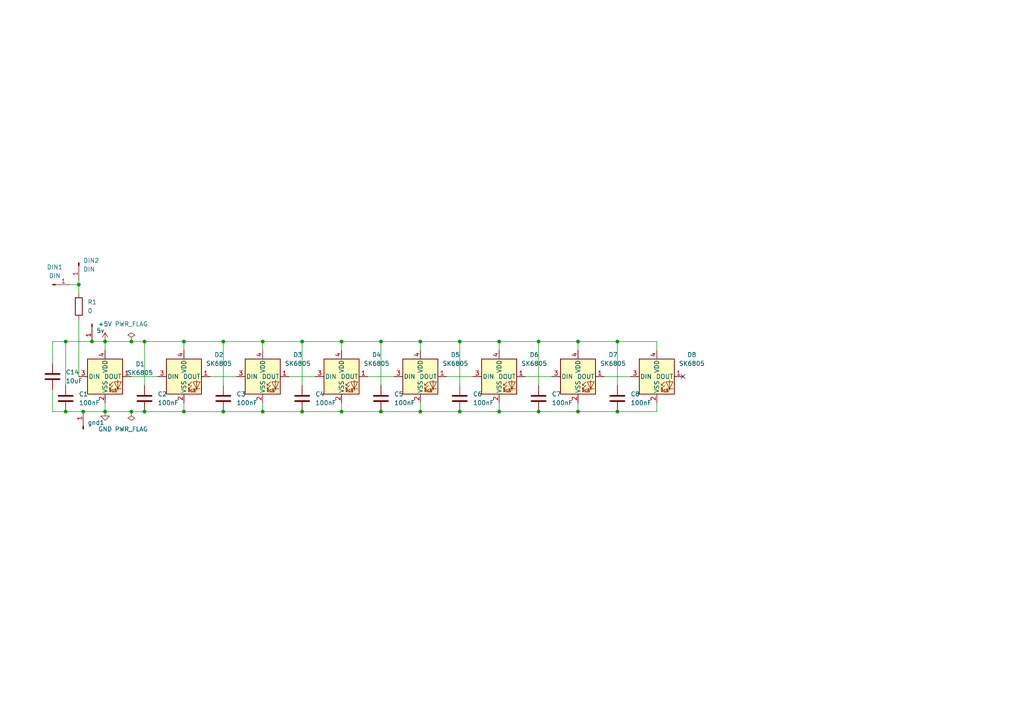
<source format=kicad_sch>
(kicad_sch (version 20231120) (generator "eeschema") (generator_version "8.0")
  (paper "A4")
  (title_block (title "Flipper Zero Addressable Internal RGB Mod") (rev "V1") (company "Z3BRO"))
  (lib_symbols
    (symbol "Connector:Conn_01x01_Pin" (pin_names (offset 1.016) hide)
      (property "Reference" "J" (at 0 2.54 0))
      (property "Value" "Conn_01x01_Pin" (at 0 -2.54 0))
      (symbol "Conn_01x01_Pin_1_1"
        (polyline (pts (xy 1.27 0) (xy 0.8636 0)) (stroke (width 0.1524)))
        (rectangle (start 0.8636 0.127) (end 0 -0.127) (stroke (width 0.1524)) (fill (type outline)))
        (pin passive line (at 5.08 0 180) (length 3.81) (name "Pin_1") (number "1"))
      )
    )
    (symbol "Device:C" (pin_numbers hide) (pin_names (offset 0.254))
      (property "Reference" "C" (at 0.635 2.54 0))
      (property "Value" "C" (at 0.635 -2.54 0))
      (symbol "C_0_1"
        (polyline (pts (xy -2.032 -0.762) (xy 2.032 -0.762)) (stroke (width 0.508)))
        (polyline (pts (xy -2.032 0.762) (xy 2.032 0.762)) (stroke (width 0.508)))
      )
      (symbol "C_1_1"
        (pin passive line (at 0 3.81 270) (length 2.794) (name "~") (number "1"))
        (pin passive line (at 0 -3.81 90) (length 2.794) (name "~") (number "2"))
      )
    )
    (symbol "Device:R" (pin_numbers hide) (pin_names (offset 0))
      (property "Reference" "R" (at 2.032 0 90))
      (property "Value" "R" (at 0 0 90))
      (symbol "R_0_1"
        (rectangle (start -1.016 -2.54) (end 1.016 2.54) (stroke (width 0.254)))
      )
      (symbol "R_1_1"
        (pin passive line (at 0 3.81 270) (length 1.27) (name "~") (number "1"))
        (pin passive line (at 0 -3.81 90) (length 1.27) (name "~") (number "2"))
      )
    )
    (symbol "LED:SK6805" (pin_names (offset 0.254))
      (property "Reference" "D" (at 5.08 5.715 0))
      (property "Value" "SK6805" (at 1.27 -5.715 0))
      (symbol "SK6805_0_0"
        (text "RGB" (at 2.286 -4.191 0) (effects (font (size 0.762 0.762))))
      )
      (symbol "SK6805_0_1"
        (polyline (pts (xy 1.27 -3.556) (xy 1.778 -3.556)))
        (polyline (pts (xy 1.27 -2.54) (xy 1.778 -2.54)))
        (polyline (pts (xy 4.699 -3.556) (xy 2.667 -3.556)))
        (polyline (pts (xy 2.286 -2.54) (xy 1.27 -3.556) (xy 1.27 -3.048)))
        (polyline (pts (xy 2.286 -1.524) (xy 1.27 -2.54) (xy 1.27 -2.032)))
        (polyline (pts (xy 3.683 -1.016) (xy 3.683 -3.556) (xy 3.683 -4.064)))
        (polyline (pts (xy 4.699 -1.524) (xy 2.667 -1.524) (xy 3.683 -3.556) (xy 4.699 -1.524)))
        (rectangle (start 5.08 5.08) (end -5.08 -5.08) (stroke (width 0.254)) (fill (type background)))
      )
      (symbol "SK6805_1_1"
        (pin output line (at 7.62 0 180) (length 2.54) (name "DOUT") (number "1"))
        (pin power_in line (at 0 -7.62 90) (length 2.54) (name "VSS") (number "2"))
        (pin input line (at -7.62 0 0) (length 2.54) (name "DIN") (number "3"))
        (pin power_in line (at 0 7.62 270) (length 2.54) (name "VDD") (number "4"))
      )
    )
    (symbol "power:+5V" (power) (pin_names (offset 0))
      (property "Value" "+5V" (at 0 3.556 0))
      (symbol "+5V_0_1"
        (polyline (pts (xy -0.762 1.27) (xy 0 2.54)))
        (polyline (pts (xy 0 0) (xy 0 2.54)))
        (polyline (pts (xy 0 2.54) (xy 0.762 1.27)))
      )
      (symbol "+5V_1_1"
        (pin power_in line (at 0 0 90) (length 0) hide (name "+5V") (number "1"))
      )
    )
    (symbol "power:GND" (power) (pin_names (offset 0))
      (property "Value" "GND" (at 0 -3.81 0))
      (symbol "GND_0_1"
        (polyline (pts (xy 0 0) (xy 0 -1.27) (xy 1.27 -1.27) (xy 0 -2.54) (xy -1.27 -1.27) (xy 0 -1.27)))
      )
      (symbol "GND_1_1"
        (pin power_in line (at 0 0 270) (length 0) hide (name "GND") (number "1"))
      )
    )
    (symbol "power:PWR_FLAG" (power) (pin_numbers hide) (pin_names (offset 0) hide)
      (property "Value" "PWR_FLAG" (at 0 3.81 0))
      (symbol "PWR_FLAG_0_0"
        (pin power_out line (at 0 0 90) (length 0) (name "pwr") (number "1"))
      )
      (symbol "PWR_FLAG_0_1"
        (polyline (pts (xy 0 0) (xy 0 1.27) (xy -1.016 1.905) (xy 0 2.54) (xy 1.016 1.905) (xy 0 1.27)))
      )
    )
  )
  (junction (at 19.05 119.38))
  (junction (at 53.34 99.06))
  (junction (at 38.1 99.06))
  (junction (at 167.64 99.06))
  (junction (at 41.91 99.06))
  (junction (at 24.13 119.38))
  (junction (at 19.05 99.06))
  (junction (at 133.35 119.38))
  (junction (at 64.77 99.06))
  (junction (at 30.48 99.06))
  (junction (at 167.64 119.38))
  (junction (at 30.48 119.38))
  (junction (at 110.49 119.38))
  (junction (at 121.92 119.38))
  (junction (at 179.07 119.38))
  (junction (at 121.92 99.06))
  (junction (at 22.86 82.55))
  (junction (at 64.77 119.38))
  (junction (at 156.21 99.06))
  (junction (at 76.2 99.06))
  (junction (at 87.63 119.38))
  (junction (at 41.91 119.38))
  (junction (at 133.35 99.06))
  (junction (at 76.2 119.38))
  (junction (at 53.34 119.38))
  (junction (at 38.1 119.38))
  (junction (at 179.07 99.06))
  (junction (at 110.49 99.06))
  (junction (at 87.63 99.06))
  (junction (at 26.67 99.06))
  (junction (at 156.21 119.38))
  (junction (at 144.78 119.38))
  (junction (at 99.06 99.06))
  (junction (at 144.78 99.06))
  (junction (at 99.06 119.38))
  (no_connect (at 198.12 109.22))
  (wire (pts (xy 41.91 119.38) (xy 53.34 119.38)))
  (wire (pts (xy 41.91 99.06) (xy 53.34 99.06)))
  (wire (pts (xy 129.54 109.22) (xy 137.16 109.22)))
  (wire (pts (xy 76.2 99.06) (xy 87.63 99.06)))
  (wire (pts (xy 38.1 119.38) (xy 41.91 119.38)))
  (wire (pts (xy 179.07 119.38) (xy 190.5 119.38)))
  (wire (pts (xy 144.78 119.38) (xy 156.21 119.38)))
  (wire (pts (xy 156.21 119.38) (xy 167.64 119.38)))
  (wire (pts (xy 110.49 99.06) (xy 110.49 111.76)))
  (wire (pts (xy 22.86 92.71) (xy 22.86 109.22)))
  (wire (pts (xy 99.06 99.06) (xy 99.06 101.6)))
  (wire (pts (xy 64.77 119.38) (xy 76.2 119.38)))
  (wire (pts (xy 87.63 99.06) (xy 99.06 99.06)))
  (wire (pts (xy 110.49 119.38) (xy 121.92 119.38)))
  (wire (pts (xy 30.48 99.06) (xy 30.48 101.6)))
  (wire (pts (xy 190.5 99.06) (xy 190.5 101.6)))
  (wire (pts (xy 167.64 116.84) (xy 167.64 119.38)))
  (wire (pts (xy 144.78 116.84) (xy 144.78 119.38)))
  (wire (pts (xy 167.64 119.38) (xy 179.07 119.38)))
  (wire (pts (xy 19.05 99.06) (xy 19.05 111.76)))
  (wire (pts (xy 60.96 109.22) (xy 68.58 109.22)))
  (wire (pts (xy 24.13 119.38) (xy 30.48 119.38)))
  (wire (pts (xy 53.34 99.06) (xy 64.77 99.06)))
  (wire (pts (xy 87.63 119.38) (xy 99.06 119.38)))
  (wire (pts (xy 99.06 99.06) (xy 110.49 99.06)))
  (wire (pts (xy 83.82 109.22) (xy 91.44 109.22)))
  (wire (pts (xy 30.48 119.38) (xy 38.1 119.38)))
  (wire (pts (xy 41.91 99.06) (xy 41.91 111.76)))
  (wire (pts (xy 121.92 99.06) (xy 121.92 101.6)))
  (wire (pts (xy 76.2 119.38) (xy 87.63 119.38)))
  (wire (pts (xy 53.34 116.84) (xy 53.34 119.38)))
  (wire (pts (xy 156.21 99.06) (xy 167.64 99.06)))
  (wire (pts (xy 167.64 99.06) (xy 179.07 99.06)))
  (wire (pts (xy 22.86 82.55) (xy 22.86 85.09)))
  (wire (pts (xy 99.06 119.38) (xy 110.49 119.38)))
  (wire (pts (xy 53.34 119.38) (xy 64.77 119.38)))
  (wire (pts (xy 133.35 99.06) (xy 144.78 99.06)))
  (wire (pts (xy 38.1 99.06) (xy 41.91 99.06)))
  (wire (pts (xy 110.49 99.06) (xy 121.92 99.06)))
  (wire (pts (xy 133.35 119.38) (xy 144.78 119.38)))
  (wire (pts (xy 15.24 99.06) (xy 19.05 99.06)))
  (wire (pts (xy 76.2 116.84) (xy 76.2 119.38)))
  (wire (pts (xy 99.06 116.84) (xy 99.06 119.38)))
  (wire (pts (xy 144.78 99.06) (xy 144.78 101.6)))
  (wire (pts (xy 175.26 109.22) (xy 182.88 109.22)))
  (wire (pts (xy 76.2 99.06) (xy 76.2 101.6)))
  (wire (pts (xy 64.77 99.06) (xy 76.2 99.06)))
  (wire (pts (xy 121.92 119.38) (xy 133.35 119.38)))
  (wire (pts (xy 38.1 109.22) (xy 45.72 109.22)))
  (wire (pts (xy 121.92 116.84) (xy 121.92 119.38)))
  (wire (pts (xy 22.86 81.28) (xy 22.86 82.55)))
  (wire (pts (xy 26.67 99.06) (xy 30.48 99.06)))
  (wire (pts (xy 152.4 109.22) (xy 160.02 109.22)))
  (wire (pts (xy 19.05 119.38) (xy 24.13 119.38)))
  (wire (pts (xy 20.32 82.55) (xy 22.86 82.55)))
  (wire (pts (xy 156.21 99.06) (xy 156.21 111.76)))
  (wire (pts (xy 53.34 99.06) (xy 53.34 101.6)))
  (wire (pts (xy 15.24 99.06) (xy 15.24 105.41)))
  (wire (pts (xy 133.35 99.06) (xy 133.35 111.76)))
  (wire (pts (xy 64.77 99.06) (xy 64.77 111.76)))
  (wire (pts (xy 179.07 99.06) (xy 179.07 111.76)))
  (wire (pts (xy 190.5 116.84) (xy 190.5 119.38)))
  (wire (pts (xy 87.63 99.06) (xy 87.63 111.76)))
  (wire (pts (xy 30.48 116.84) (xy 30.48 119.38)))
  (wire (pts (xy 106.68 109.22) (xy 114.3 109.22)))
  (wire (pts (xy 30.48 99.06) (xy 38.1 99.06)))
  (wire (pts (xy 121.92 99.06) (xy 133.35 99.06)))
  (wire (pts (xy 19.05 99.06) (xy 26.67 99.06)))
  (wire (pts (xy 144.78 99.06) (xy 156.21 99.06)))
  (wire (pts (xy 15.24 119.38) (xy 19.05 119.38)))
  (wire (pts (xy 15.24 113.03) (xy 15.24 119.38)))
  (wire (pts (xy 167.64 99.06) (xy 167.64 101.6)))
  (wire (pts (xy 179.07 99.06) (xy 190.5 99.06)))
  (symbol (lib_id "LED:SK6805") (at 121.92 109.22 0) (unit 1)
    (property "Reference" "D5" (at 132.08 102.9014 0))
    (property "Value" "SK6805" (at 132.08 105.4414 0))
    (property "Footprint" "LED_SMD:LED_SK6812_EC15_1.5x1.5mm" (effects (hide yes)))
    (property "Datasheet" "https://cdn-shop.adafruit.com/product-files/3484/3484_Datasheet.pdf" (effects (hide yes)))
  )
  (symbol (lib_id "LED:SK6805") (at 53.34 109.22 0) (unit 1)
    (property "Reference" "D2" (at 63.5 102.9014 0))
    (property "Value" "SK6805" (at 63.5 105.4414 0))
    (property "Footprint" "LED_SMD:LED_SK6812_EC15_1.5x1.5mm" (effects (hide yes)))
    (property "Datasheet" "https://cdn-shop.adafruit.com/product-files/3484/3484_Datasheet.pdf" (effects (hide yes)))
  )
  (symbol (lib_id "Device:C") (at 87.63 115.57 0) (unit 1)
    (property "Reference" "C4" (at 91.44 114.2999 0) (effects (justify left)))
    (property "Value" "100nF" (at 91.44 116.8399 0) (effects (justify left)))
    (property "Footprint" "Capacitor_SMD:C_0402_1005Metric" (effects (hide yes)))
  )
  (symbol (lib_id "Device:C") (at 41.91 115.57 0) (unit 1)
    (property "Reference" "C2" (at 45.72 114.2999 0) (effects (justify left)))
    (property "Value" "100nF" (at 45.72 116.8399 0) (effects (justify left)))
    (property "Footprint" "Capacitor_SMD:C_0402_1005Metric" (effects (hide yes)))
  )
  (symbol (lib_id "LED:SK6805") (at 167.64 109.22 0) (unit 1)
    (property "Reference" "D7" (at 177.8 102.9014 0))
    (property "Value" "SK6805" (at 177.8 105.4414 0))
    (property "Footprint" "LED_SMD:LED_SK6812_EC15_1.5x1.5mm" (effects (hide yes)))
    (property "Datasheet" "https://cdn-shop.adafruit.com/product-files/3484/3484_Datasheet.pdf" (effects (hide yes)))
  )
  (symbol (lib_id "LED:SK6805") (at 190.5 109.22 0) (unit 1)
    (property "Reference" "D8" (at 200.66 102.9014 0))
    (property "Value" "SK6805" (at 200.66 105.4414 0))
    (property "Footprint" "LED_SMD:LED_SK6812_EC15_1.5x1.5mm" (effects (hide yes)))
    (property "Datasheet" "https://cdn-shop.adafruit.com/product-files/3484/3484_Datasheet.pdf" (effects (hide yes)))
  )
  (symbol (lib_id "Connector:Conn_01x01_Pin") (at 22.86 76.2 270) (unit 1)
    (property "Reference" "DIN2" (at 24.13 75.565 90) (effects (justify left)))
    (property "Value" "DIN" (at 24.13 78.105 90) (effects (justify left)))
    (property "Footprint" "Connector_PinHeader_2.54mm:PinHeader_1x01_P2.54mm_Vertical" (effects (hide yes)))
  )
  (symbol (lib_id "Device:C") (at 133.35 115.57 0) (unit 1)
    (property "Reference" "C6" (at 137.16 114.2999 0) (effects (justify left)))
    (property "Value" "100nF" (at 137.16 116.8399 0) (effects (justify left)))
    (property "Footprint" "Capacitor_SMD:C_0402_1005Metric" (effects (hide yes)))
  )
  (symbol (lib_id "Device:C") (at 19.05 115.57 0) (unit 1)
    (property "Reference" "C1" (at 22.86 114.3 0) (effects (justify left)))
    (property "Value" "100nF" (at 22.86 116.84 0) (effects (justify left)))
    (property "Footprint" "Capacitor_SMD:C_0402_1005Metric" (effects (hide yes)))
  )
  (symbol (lib_id "power:+5V") (at 30.48 99.06 0) (unit 1)
    (property "Reference" "#PWR01" (effects (hide yes)))
    (property "Value" "+5V" (at 30.48 93.98 0))
  )
  (symbol (lib_id "power:PWR_FLAG") (at 38.1 119.38 180) (unit 1)
    (property "Reference" "#FLG01" (effects (hide yes)))
    (property "Value" "PWR_FLAG" (at 38.1 124.46 0))
  )
  (symbol (lib_id "Device:C") (at 64.77 115.57 0) (unit 1)
    (property "Reference" "C3" (at 68.58 114.2999 0) (effects (justify left)))
    (property "Value" "100nF" (at 68.58 116.8399 0) (effects (justify left)))
    (property "Footprint" "Capacitor_SMD:C_0402_1005Metric" (effects (hide yes)))
  )
  (symbol (lib_id "Device:C") (at 179.07 115.57 0) (unit 1)
    (property "Reference" "C8" (at 182.88 114.2999 0) (effects (justify left)))
    (property "Value" "100nF" (at 182.88 116.8399 0) (effects (justify left)))
    (property "Footprint" "Capacitor_SMD:C_0402_1005Metric" (effects (hide yes)))
  )
  (symbol (lib_id "power:GND") (at 30.48 119.38 0) (unit 1)
    (property "Reference" "#PWR02" (effects (hide yes)))
    (property "Value" "GND" (at 30.48 124.46 0))
  )
  (symbol (lib_id "Connector:Conn_01x01_Pin") (at 24.13 124.46 90) (unit 1)
    (property "Reference" "gnd1" (at 25.4 122.555 90) (effects (justify right)))
    (property "Value" "gnd" (effects (hide yes)))
    (property "Footprint" "Connector_PinHeader_2.54mm:PinHeader_1x01_P2.54mm_Vertical" (effects (hide yes)))
  )
  (symbol (lib_id "LED:SK6805") (at 144.78 109.22 0) (unit 1)
    (property "Reference" "D6" (at 154.94 102.9014 0))
    (property "Value" "SK6805" (at 154.94 105.4414 0))
    (property "Footprint" "LED_SMD:LED_SK6812_EC15_1.5x1.5mm" (effects (hide yes)))
    (property "Datasheet" "https://cdn-shop.adafruit.com/product-files/3484/3484_Datasheet.pdf" (effects (hide yes)))
  )
  (symbol (lib_id "Device:R") (at 22.86 88.9 0) (unit 1)
    (property "Reference" "R1" (at 25.4 87.6299 0) (effects (justify left)))
    (property "Value" "0" (at 25.4 90.1699 0) (effects (justify left)))
    (property "Footprint" "Resistor_SMD:R_0402_1005Metric" (effects (hide yes)))
  )
  (symbol (lib_id "power:PWR_FLAG") (at 38.1 99.06 0) (unit 1)
    (property "Reference" "#FLG02" (effects (hide yes)))
    (property "Value" "PWR_FLAG" (at 38.1 93.98 0))
  )
  (symbol (lib_id "LED:SK6805") (at 99.06 109.22 0) (unit 1)
    (property "Reference" "D4" (at 109.22 102.9014 0))
    (property "Value" "SK6805" (at 109.22 105.4414 0))
    (property "Footprint" "LED_SMD:LED_SK6812_EC15_1.5x1.5mm" (effects (hide yes)))
    (property "Datasheet" "https://cdn-shop.adafruit.com/product-files/3484/3484_Datasheet.pdf" (effects (hide yes)))
  )
  (symbol (lib_id "Device:C") (at 156.21 115.57 0) (unit 1)
    (property "Reference" "C7" (at 160.02 114.2999 0) (effects (justify left)))
    (property "Value" "100nF" (at 160.02 116.8399 0) (effects (justify left)))
    (property "Footprint" "Capacitor_SMD:C_0402_1005Metric" (effects (hide yes)))
  )
  (symbol (lib_id "LED:SK6805") (at 76.2 109.22 0) (unit 1)
    (property "Reference" "D3" (at 86.36 102.9014 0))
    (property "Value" "SK6805" (at 86.36 105.4414 0))
    (property "Footprint" "LED_SMD:LED_SK6812_EC15_1.5x1.5mm" (effects (hide yes)))
    (property "Datasheet" "https://cdn-shop.adafruit.com/product-files/3484/3484_Datasheet.pdf" (effects (hide yes)))
  )
  (symbol (lib_id "Connector:Conn_01x01_Pin") (at 15.24 82.55 0) (unit 1)
    (property "Reference" "DIN1" (at 15.875 77.47 0))
    (property "Value" "DIN" (at 15.875 80.01 0))
    (property "Footprint" "Connector_Wire:SolderWirePad_1x01_SMD_1x2mm" (effects (hide yes)))
  )
  (symbol (lib_id "Connector:Conn_01x01_Pin") (at 26.67 93.98 270) (unit 1)
    (property "Reference" "5v1" (effects (hide yes)))
    (property "Value" "5v" (at 27.94 95.885 90) (effects (justify left)))
    (property "Footprint" "Connector_PinHeader_2.54mm:PinHeader_1x01_P2.54mm_Vertical" (effects (hide yes)))
  )
  (symbol (lib_id "LED:SK6805") (at 30.48 109.22 0) (unit 1)
    (property "Reference" "D1" (at 40.64 105.5721 0))
    (property "Value" "SK6805" (at 40.64 108.1121 0))
    (property "Footprint" "LED_SMD:LED_SK6812_EC15_1.5x1.5mm" (effects (hide yes)))
    (property "Datasheet" "https://cdn-shop.adafruit.com/product-files/3484/3484_Datasheet.pdf" (effects (hide yes)))
  )
  (symbol (lib_id "Device:C") (at 15.24 109.22 0) (unit 1)
    (property "Reference" "C14" (at 19.05 107.95 0) (effects (justify left)))
    (property "Value" "10uF" (at 19.05 110.49 0) (effects (justify left)))
    (property "Footprint" "Capacitor_SMD:C_0402_1005Metric" (effects (hide yes)))
  )
  (symbol (lib_id "Device:C") (at 110.49 115.57 0) (unit 1)
    (property "Reference" "C5" (at 114.3 114.2999 0) (effects (justify left)))
    (property "Value" "100nF" (at 114.3 116.8399 0) (effects (justify left)))
    (property "Footprint" "Capacitor_SMD:C_0402_1005Metric" (effects (hide yes)))
  )
)
</source>
